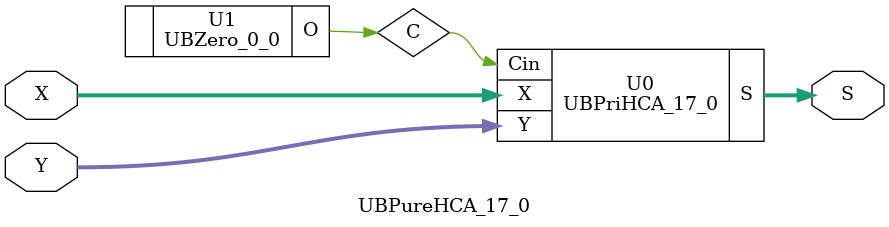
<source format=v>
/*----------------------------------------------------------------------------
  Copyright (c) 2021 Homma laboratory. All rights reserved.

  Top module: UBHCA_17_0_17_0

  Operand-1 length: 18
  Operand-2 length: 18
  Two-operand addition algorithm: Han-Carlson adder
----------------------------------------------------------------------------*/

module GPGenerator(Go, Po, A, B);
  output Go;
  output Po;
  input A;
  input B;
  assign Go = A & B;
  assign Po = A ^ B;
endmodule

module CarryOperator(Go, Po, Gi1, Pi1, Gi2, Pi2);
  output Go;
  output Po;
  input Gi1;
  input Gi2;
  input Pi1;
  input Pi2;
  assign Go = Gi1 | ( Gi2 & Pi1 );
  assign Po = Pi1 & Pi2;
endmodule

module UBPriHCA_17_0(S, X, Y, Cin);
  output [18:0] S;
  input Cin;
  input [17:0] X;
  input [17:0] Y;
  wire [17:0] G0;
  wire [17:0] G1;
  wire [17:0] G2;
  wire [17:0] G3;
  wire [17:0] G4;
  wire [17:0] G5;
  wire [17:0] G6;
  wire [17:0] P0;
  wire [17:0] P1;
  wire [17:0] P2;
  wire [17:0] P3;
  wire [17:0] P4;
  wire [17:0] P5;
  wire [17:0] P6;
  assign P1[0] = P0[0];
  assign G1[0] = G0[0];
  assign P1[2] = P0[2];
  assign G1[2] = G0[2];
  assign P1[4] = P0[4];
  assign G1[4] = G0[4];
  assign P1[6] = P0[6];
  assign G1[6] = G0[6];
  assign P1[8] = P0[8];
  assign G1[8] = G0[8];
  assign P1[10] = P0[10];
  assign G1[10] = G0[10];
  assign P1[12] = P0[12];
  assign G1[12] = G0[12];
  assign P1[14] = P0[14];
  assign G1[14] = G0[14];
  assign P1[16] = P0[16];
  assign G1[16] = G0[16];
  assign P2[0] = P1[0];
  assign G2[0] = G1[0];
  assign P2[1] = P1[1];
  assign G2[1] = G1[1];
  assign P2[2] = P1[2];
  assign G2[2] = G1[2];
  assign P2[4] = P1[4];
  assign G2[4] = G1[4];
  assign P2[6] = P1[6];
  assign G2[6] = G1[6];
  assign P2[8] = P1[8];
  assign G2[8] = G1[8];
  assign P2[10] = P1[10];
  assign G2[10] = G1[10];
  assign P2[12] = P1[12];
  assign G2[12] = G1[12];
  assign P2[14] = P1[14];
  assign G2[14] = G1[14];
  assign P2[16] = P1[16];
  assign G2[16] = G1[16];
  assign P3[0] = P2[0];
  assign G3[0] = G2[0];
  assign P3[1] = P2[1];
  assign G3[1] = G2[1];
  assign P3[2] = P2[2];
  assign G3[2] = G2[2];
  assign P3[3] = P2[3];
  assign G3[3] = G2[3];
  assign P3[4] = P2[4];
  assign G3[4] = G2[4];
  assign P3[6] = P2[6];
  assign G3[6] = G2[6];
  assign P3[8] = P2[8];
  assign G3[8] = G2[8];
  assign P3[10] = P2[10];
  assign G3[10] = G2[10];
  assign P3[12] = P2[12];
  assign G3[12] = G2[12];
  assign P3[14] = P2[14];
  assign G3[14] = G2[14];
  assign P3[16] = P2[16];
  assign G3[16] = G2[16];
  assign P4[0] = P3[0];
  assign G4[0] = G3[0];
  assign P4[1] = P3[1];
  assign G4[1] = G3[1];
  assign P4[2] = P3[2];
  assign G4[2] = G3[2];
  assign P4[3] = P3[3];
  assign G4[3] = G3[3];
  assign P4[4] = P3[4];
  assign G4[4] = G3[4];
  assign P4[5] = P3[5];
  assign G4[5] = G3[5];
  assign P4[6] = P3[6];
  assign G4[6] = G3[6];
  assign P4[7] = P3[7];
  assign G4[7] = G3[7];
  assign P4[8] = P3[8];
  assign G4[8] = G3[8];
  assign P4[10] = P3[10];
  assign G4[10] = G3[10];
  assign P4[12] = P3[12];
  assign G4[12] = G3[12];
  assign P4[14] = P3[14];
  assign G4[14] = G3[14];
  assign P4[16] = P3[16];
  assign G4[16] = G3[16];
  assign P5[0] = P4[0];
  assign G5[0] = G4[0];
  assign P5[1] = P4[1];
  assign G5[1] = G4[1];
  assign P5[2] = P4[2];
  assign G5[2] = G4[2];
  assign P5[3] = P4[3];
  assign G5[3] = G4[3];
  assign P5[4] = P4[4];
  assign G5[4] = G4[4];
  assign P5[5] = P4[5];
  assign G5[5] = G4[5];
  assign P5[6] = P4[6];
  assign G5[6] = G4[6];
  assign P5[7] = P4[7];
  assign G5[7] = G4[7];
  assign P5[8] = P4[8];
  assign G5[8] = G4[8];
  assign P5[9] = P4[9];
  assign G5[9] = G4[9];
  assign P5[10] = P4[10];
  assign G5[10] = G4[10];
  assign P5[11] = P4[11];
  assign G5[11] = G4[11];
  assign P5[12] = P4[12];
  assign G5[12] = G4[12];
  assign P5[13] = P4[13];
  assign G5[13] = G4[13];
  assign P5[14] = P4[14];
  assign G5[14] = G4[14];
  assign P5[15] = P4[15];
  assign G5[15] = G4[15];
  assign P5[16] = P4[16];
  assign G5[16] = G4[16];
  assign P6[0] = P5[0];
  assign G6[0] = G5[0];
  assign P6[1] = P5[1];
  assign G6[1] = G5[1];
  assign P6[3] = P5[3];
  assign G6[3] = G5[3];
  assign P6[5] = P5[5];
  assign G6[5] = G5[5];
  assign P6[7] = P5[7];
  assign G6[7] = G5[7];
  assign P6[9] = P5[9];
  assign G6[9] = G5[9];
  assign P6[11] = P5[11];
  assign G6[11] = G5[11];
  assign P6[13] = P5[13];
  assign G6[13] = G5[13];
  assign P6[15] = P5[15];
  assign G6[15] = G5[15];
  assign P6[17] = P5[17];
  assign G6[17] = G5[17];
  assign S[0] = Cin ^ P0[0];
  assign S[1] = ( G6[0] | ( P6[0] & Cin ) ) ^ P0[1];
  assign S[2] = ( G6[1] | ( P6[1] & Cin ) ) ^ P0[2];
  assign S[3] = ( G6[2] | ( P6[2] & Cin ) ) ^ P0[3];
  assign S[4] = ( G6[3] | ( P6[3] & Cin ) ) ^ P0[4];
  assign S[5] = ( G6[4] | ( P6[4] & Cin ) ) ^ P0[5];
  assign S[6] = ( G6[5] | ( P6[5] & Cin ) ) ^ P0[6];
  assign S[7] = ( G6[6] | ( P6[6] & Cin ) ) ^ P0[7];
  assign S[8] = ( G6[7] | ( P6[7] & Cin ) ) ^ P0[8];
  assign S[9] = ( G6[8] | ( P6[8] & Cin ) ) ^ P0[9];
  assign S[10] = ( G6[9] | ( P6[9] & Cin ) ) ^ P0[10];
  assign S[11] = ( G6[10] | ( P6[10] & Cin ) ) ^ P0[11];
  assign S[12] = ( G6[11] | ( P6[11] & Cin ) ) ^ P0[12];
  assign S[13] = ( G6[12] | ( P6[12] & Cin ) ) ^ P0[13];
  assign S[14] = ( G6[13] | ( P6[13] & Cin ) ) ^ P0[14];
  assign S[15] = ( G6[14] | ( P6[14] & Cin ) ) ^ P0[15];
  assign S[16] = ( G6[15] | ( P6[15] & Cin ) ) ^ P0[16];
  assign S[17] = ( G6[16] | ( P6[16] & Cin ) ) ^ P0[17];
  assign S[18] = G6[17] | ( P6[17] & Cin );
  GPGenerator U0 (G0[0], P0[0], X[0], Y[0]);
  GPGenerator U1 (G0[1], P0[1], X[1], Y[1]);
  GPGenerator U2 (G0[2], P0[2], X[2], Y[2]);
  GPGenerator U3 (G0[3], P0[3], X[3], Y[3]);
  GPGenerator U4 (G0[4], P0[4], X[4], Y[4]);
  GPGenerator U5 (G0[5], P0[5], X[5], Y[5]);
  GPGenerator U6 (G0[6], P0[6], X[6], Y[6]);
  GPGenerator U7 (G0[7], P0[7], X[7], Y[7]);
  GPGenerator U8 (G0[8], P0[8], X[8], Y[8]);
  GPGenerator U9 (G0[9], P0[9], X[9], Y[9]);
  GPGenerator U10 (G0[10], P0[10], X[10], Y[10]);
  GPGenerator U11 (G0[11], P0[11], X[11], Y[11]);
  GPGenerator U12 (G0[12], P0[12], X[12], Y[12]);
  GPGenerator U13 (G0[13], P0[13], X[13], Y[13]);
  GPGenerator U14 (G0[14], P0[14], X[14], Y[14]);
  GPGenerator U15 (G0[15], P0[15], X[15], Y[15]);
  GPGenerator U16 (G0[16], P0[16], X[16], Y[16]);
  GPGenerator U17 (G0[17], P0[17], X[17], Y[17]);
  CarryOperator U18 (G1[1], P1[1], G0[1], P0[1], G0[0], P0[0]);
  CarryOperator U19 (G1[3], P1[3], G0[3], P0[3], G0[2], P0[2]);
  CarryOperator U20 (G1[5], P1[5], G0[5], P0[5], G0[4], P0[4]);
  CarryOperator U21 (G1[7], P1[7], G0[7], P0[7], G0[6], P0[6]);
  CarryOperator U22 (G1[9], P1[9], G0[9], P0[9], G0[8], P0[8]);
  CarryOperator U23 (G1[11], P1[11], G0[11], P0[11], G0[10], P0[10]);
  CarryOperator U24 (G1[13], P1[13], G0[13], P0[13], G0[12], P0[12]);
  CarryOperator U25 (G1[15], P1[15], G0[15], P0[15], G0[14], P0[14]);
  CarryOperator U26 (G1[17], P1[17], G0[17], P0[17], G0[16], P0[16]);
  CarryOperator U27 (G2[3], P2[3], G1[3], P1[3], G1[1], P1[1]);
  CarryOperator U28 (G2[5], P2[5], G1[5], P1[5], G1[3], P1[3]);
  CarryOperator U29 (G2[7], P2[7], G1[7], P1[7], G1[5], P1[5]);
  CarryOperator U30 (G2[9], P2[9], G1[9], P1[9], G1[7], P1[7]);
  CarryOperator U31 (G2[11], P2[11], G1[11], P1[11], G1[9], P1[9]);
  CarryOperator U32 (G2[13], P2[13], G1[13], P1[13], G1[11], P1[11]);
  CarryOperator U33 (G2[15], P2[15], G1[15], P1[15], G1[13], P1[13]);
  CarryOperator U34 (G2[17], P2[17], G1[17], P1[17], G1[15], P1[15]);
  CarryOperator U35 (G3[5], P3[5], G2[5], P2[5], G2[1], P2[1]);
  CarryOperator U36 (G3[7], P3[7], G2[7], P2[7], G2[3], P2[3]);
  CarryOperator U37 (G3[9], P3[9], G2[9], P2[9], G2[5], P2[5]);
  CarryOperator U38 (G3[11], P3[11], G2[11], P2[11], G2[7], P2[7]);
  CarryOperator U39 (G3[13], P3[13], G2[13], P2[13], G2[9], P2[9]);
  CarryOperator U40 (G3[15], P3[15], G2[15], P2[15], G2[11], P2[11]);
  CarryOperator U41 (G3[17], P3[17], G2[17], P2[17], G2[13], P2[13]);
  CarryOperator U42 (G4[9], P4[9], G3[9], P3[9], G3[1], P3[1]);
  CarryOperator U43 (G4[11], P4[11], G3[11], P3[11], G3[3], P3[3]);
  CarryOperator U44 (G4[13], P4[13], G3[13], P3[13], G3[5], P3[5]);
  CarryOperator U45 (G4[15], P4[15], G3[15], P3[15], G3[7], P3[7]);
  CarryOperator U46 (G4[17], P4[17], G3[17], P3[17], G3[9], P3[9]);
  CarryOperator U47 (G5[17], P5[17], G4[17], P4[17], G4[1], P4[1]);
  CarryOperator U48 (G6[2], P6[2], G5[2], P5[2], G5[1], P5[1]);
  CarryOperator U49 (G6[4], P6[4], G5[4], P5[4], G5[3], P5[3]);
  CarryOperator U50 (G6[6], P6[6], G5[6], P5[6], G5[5], P5[5]);
  CarryOperator U51 (G6[8], P6[8], G5[8], P5[8], G5[7], P5[7]);
  CarryOperator U52 (G6[10], P6[10], G5[10], P5[10], G5[9], P5[9]);
  CarryOperator U53 (G6[12], P6[12], G5[12], P5[12], G5[11], P5[11]);
  CarryOperator U54 (G6[14], P6[14], G5[14], P5[14], G5[13], P5[13]);
  CarryOperator U55 (G6[16], P6[16], G5[16], P5[16], G5[15], P5[15]);
endmodule

module UBZero_0_0(O);
  output [0:0] O;
  assign O[0] = 0;
endmodule

module UBHCA_17_0_17_0 (S, X, Y);
  output [18:0] S;
  input [17:0] X;
  input [17:0] Y;
  UBPureHCA_17_0 U0 (S[18:0], X[17:0], Y[17:0]);
endmodule

module UBPureHCA_17_0 (S, X, Y);
  output [18:0] S;
  input [17:0] X;
  input [17:0] Y;
  wire C;
  UBPriHCA_17_0 U0 (S, X, Y, C);
  UBZero_0_0 U1 (C);
endmodule


</source>
